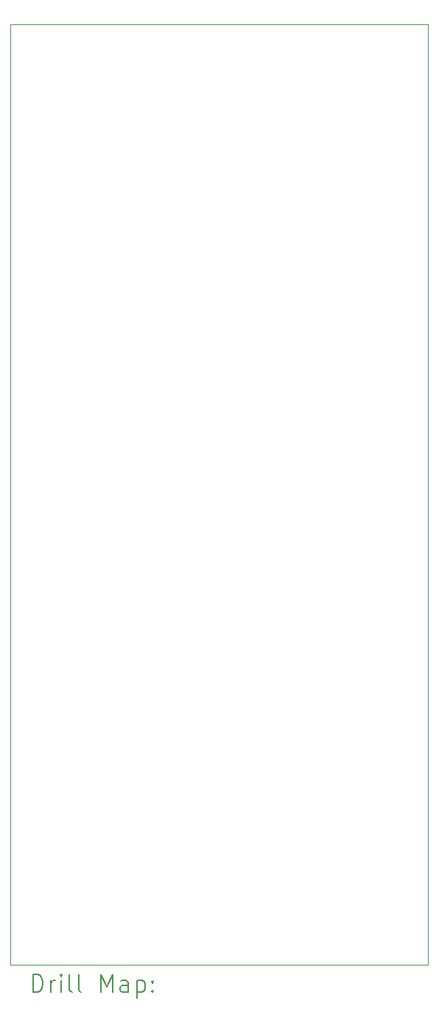
<source format=gbr>
%TF.GenerationSoftware,KiCad,Pcbnew,9.0.4*%
%TF.CreationDate,2025-10-04T20:25:59+02:00*%
%TF.ProjectId,DMH_VCA_Bank_PCB_2,444d485f-5643-4415-9f42-616e6b5f5043,1*%
%TF.SameCoordinates,Original*%
%TF.FileFunction,Drillmap*%
%TF.FilePolarity,Positive*%
%FSLAX45Y45*%
G04 Gerber Fmt 4.5, Leading zero omitted, Abs format (unit mm)*
G04 Created by KiCad (PCBNEW 9.0.4) date 2025-10-04 20:25:59*
%MOMM*%
%LPD*%
G01*
G04 APERTURE LIST*
%ADD10C,0.050000*%
%ADD11C,0.200000*%
G04 APERTURE END LIST*
D10*
X5100000Y-4250000D02*
X5100000Y-15050000D01*
X9900000Y-15050000D02*
X9900000Y-4250000D01*
X5100000Y-15050000D02*
X9900000Y-15050000D01*
X9900000Y-4250000D02*
X5100000Y-4250000D01*
D11*
X5358277Y-15363984D02*
X5358277Y-15163984D01*
X5358277Y-15163984D02*
X5405896Y-15163984D01*
X5405896Y-15163984D02*
X5434467Y-15173508D01*
X5434467Y-15173508D02*
X5453515Y-15192555D01*
X5453515Y-15192555D02*
X5463039Y-15211603D01*
X5463039Y-15211603D02*
X5472563Y-15249698D01*
X5472563Y-15249698D02*
X5472563Y-15278269D01*
X5472563Y-15278269D02*
X5463039Y-15316365D01*
X5463039Y-15316365D02*
X5453515Y-15335412D01*
X5453515Y-15335412D02*
X5434467Y-15354460D01*
X5434467Y-15354460D02*
X5405896Y-15363984D01*
X5405896Y-15363984D02*
X5358277Y-15363984D01*
X5558277Y-15363984D02*
X5558277Y-15230650D01*
X5558277Y-15268746D02*
X5567801Y-15249698D01*
X5567801Y-15249698D02*
X5577324Y-15240174D01*
X5577324Y-15240174D02*
X5596372Y-15230650D01*
X5596372Y-15230650D02*
X5615420Y-15230650D01*
X5682086Y-15363984D02*
X5682086Y-15230650D01*
X5682086Y-15163984D02*
X5672562Y-15173508D01*
X5672562Y-15173508D02*
X5682086Y-15183031D01*
X5682086Y-15183031D02*
X5691610Y-15173508D01*
X5691610Y-15173508D02*
X5682086Y-15163984D01*
X5682086Y-15163984D02*
X5682086Y-15183031D01*
X5805896Y-15363984D02*
X5786848Y-15354460D01*
X5786848Y-15354460D02*
X5777324Y-15335412D01*
X5777324Y-15335412D02*
X5777324Y-15163984D01*
X5910658Y-15363984D02*
X5891610Y-15354460D01*
X5891610Y-15354460D02*
X5882086Y-15335412D01*
X5882086Y-15335412D02*
X5882086Y-15163984D01*
X6139229Y-15363984D02*
X6139229Y-15163984D01*
X6139229Y-15163984D02*
X6205896Y-15306841D01*
X6205896Y-15306841D02*
X6272562Y-15163984D01*
X6272562Y-15163984D02*
X6272562Y-15363984D01*
X6453515Y-15363984D02*
X6453515Y-15259222D01*
X6453515Y-15259222D02*
X6443991Y-15240174D01*
X6443991Y-15240174D02*
X6424943Y-15230650D01*
X6424943Y-15230650D02*
X6386848Y-15230650D01*
X6386848Y-15230650D02*
X6367801Y-15240174D01*
X6453515Y-15354460D02*
X6434467Y-15363984D01*
X6434467Y-15363984D02*
X6386848Y-15363984D01*
X6386848Y-15363984D02*
X6367801Y-15354460D01*
X6367801Y-15354460D02*
X6358277Y-15335412D01*
X6358277Y-15335412D02*
X6358277Y-15316365D01*
X6358277Y-15316365D02*
X6367801Y-15297317D01*
X6367801Y-15297317D02*
X6386848Y-15287793D01*
X6386848Y-15287793D02*
X6434467Y-15287793D01*
X6434467Y-15287793D02*
X6453515Y-15278269D01*
X6548753Y-15230650D02*
X6548753Y-15430650D01*
X6548753Y-15240174D02*
X6567801Y-15230650D01*
X6567801Y-15230650D02*
X6605896Y-15230650D01*
X6605896Y-15230650D02*
X6624943Y-15240174D01*
X6624943Y-15240174D02*
X6634467Y-15249698D01*
X6634467Y-15249698D02*
X6643991Y-15268746D01*
X6643991Y-15268746D02*
X6643991Y-15325888D01*
X6643991Y-15325888D02*
X6634467Y-15344936D01*
X6634467Y-15344936D02*
X6624943Y-15354460D01*
X6624943Y-15354460D02*
X6605896Y-15363984D01*
X6605896Y-15363984D02*
X6567801Y-15363984D01*
X6567801Y-15363984D02*
X6548753Y-15354460D01*
X6729705Y-15344936D02*
X6739229Y-15354460D01*
X6739229Y-15354460D02*
X6729705Y-15363984D01*
X6729705Y-15363984D02*
X6720182Y-15354460D01*
X6720182Y-15354460D02*
X6729705Y-15344936D01*
X6729705Y-15344936D02*
X6729705Y-15363984D01*
X6729705Y-15240174D02*
X6739229Y-15249698D01*
X6739229Y-15249698D02*
X6729705Y-15259222D01*
X6729705Y-15259222D02*
X6720182Y-15249698D01*
X6720182Y-15249698D02*
X6729705Y-15240174D01*
X6729705Y-15240174D02*
X6729705Y-15259222D01*
M02*

</source>
